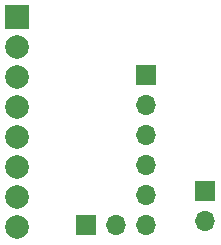
<source format=gbs>
%TF.GenerationSoftware,KiCad,Pcbnew,(6.0.11-0)*%
%TF.CreationDate,2023-09-03T14:24:23+02:00*%
%TF.ProjectId,Endstop_Levelshifter,456e6473-746f-4705-9f4c-6576656c7368,0.1*%
%TF.SameCoordinates,Original*%
%TF.FileFunction,Soldermask,Bot*%
%TF.FilePolarity,Negative*%
%FSLAX46Y46*%
G04 Gerber Fmt 4.6, Leading zero omitted, Abs format (unit mm)*
G04 Created by KiCad (PCBNEW (6.0.11-0)) date 2023-09-03 14:24:23*
%MOMM*%
%LPD*%
G01*
G04 APERTURE LIST*
%ADD10R,2.000000X2.000000*%
%ADD11C,2.000000*%
%ADD12R,1.700000X1.700000*%
%ADD13O,1.700000X1.700000*%
G04 APERTURE END LIST*
D10*
%TO.C,J1*%
X90932000Y-71354000D03*
D11*
X90932000Y-73894000D03*
X90932000Y-76434000D03*
X90932000Y-78974000D03*
X90932000Y-81514000D03*
X90932000Y-84054000D03*
X90932000Y-86594000D03*
X90932000Y-89134000D03*
%TD*%
D12*
%TO.C,J4*%
X106877000Y-86096000D03*
D13*
X106877000Y-88636000D03*
%TD*%
D12*
%TO.C,J3*%
X96774000Y-88900000D03*
D13*
X99314000Y-88900000D03*
X101854000Y-88900000D03*
%TD*%
D12*
%TO.C,J2*%
X101854000Y-76200000D03*
D13*
X101854000Y-78740000D03*
X101854000Y-81280000D03*
X101854000Y-83820000D03*
X101854000Y-86360000D03*
%TD*%
M02*

</source>
